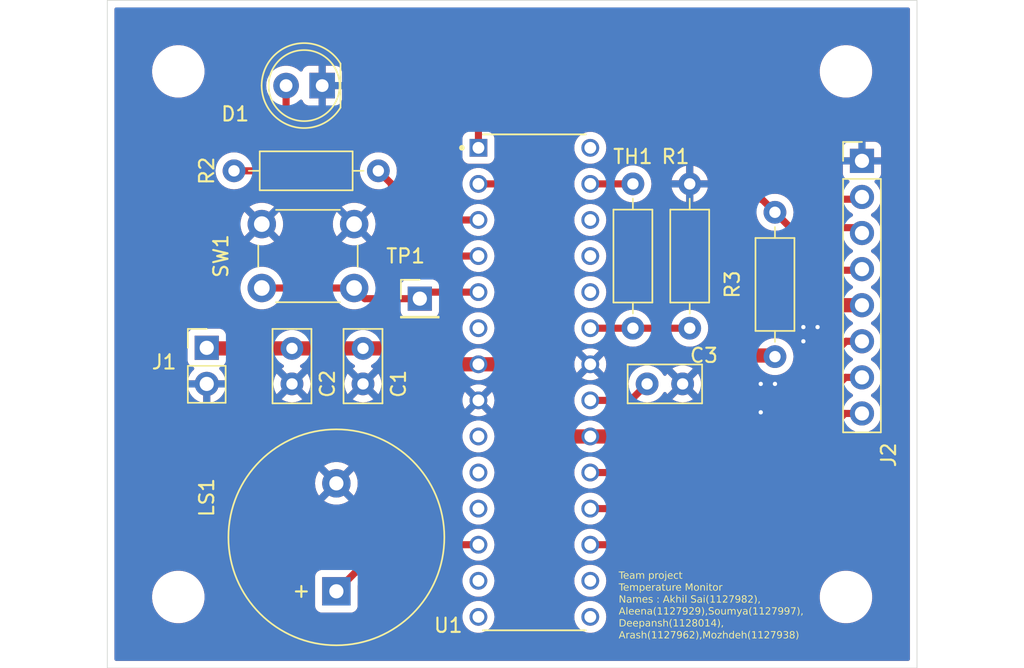
<source format=kicad_pcb>
(kicad_pcb (version 20240108) (generator "pcbnew") (generator_version "8.0")
  (title_block (title "Temperature Monitoring") (date "2024-05-24") (rev "v0.2") (company "Darmstadt University of Applied Sciences") (comment 1 "Team Project"))
  (layers (0 "F.Cu" signal) (31 "B.Cu" signal) (34 "B.Paste" user) (35 "F.Paste" user) (36 "B.SilkS" user "B.Silkscreen") (37 "F.SilkS" user "F.Silkscreen") (38 "B.Mask" user) (39 "F.Mask" user) (44 "Edge.Cuts" user))
  (net 0 "")
  (net 1 "+4.5V")
  (net 2 "GND")
  (net 3 "Net-(U1-AREF)")
  (net 4 "Net-(D1-A)")
  (net 5 "RX")
  (net 6 "TX")
  (net 7 "PB3")
  (net 8 "PB4")
  (net 9 "RESET")
  (net 10 "Net-(U1-PC4)")
  (net 11 "PB5")
  (net 12 "Net-(U1-PD6)")
  (net 13 "Net-(U1-PC0)")
  (net 14 "Net-(U1-PD2)")
  (net 15 "Net-(U1-PD3)")
  (footprint "Connector_PinHeader_2.54mm:PinHeader_1x08_P2.54mm_Vertical" (layer "F.Cu") (at 153.126 91.3)
    (property "Reference" "J2" (at 1.874 20.7 -90) (layer "F.SilkS"))
    (property "Value" "Conn_01x08_Pin")
    (fp_line (start -1.33 -1.33) (end 0 -1.33) (stroke (width 0.12)) (layer "F.SilkS"))
    (fp_line (start -1.33 0) (end -1.33 -1.33) (stroke (width 0.12)) (layer "F.SilkS"))
    (fp_line (start -1.33 1.27) (end -1.33 19.11) (stroke (width 0.12)) (layer "F.SilkS"))
    (fp_line (start -1.33 1.27) (end 1.33 1.27) (stroke (width 0.12)) (layer "F.SilkS"))
    (fp_line (start -1.33 19.11) (end 1.33 19.11) (stroke (width 0.12)) (layer "F.SilkS"))
    (fp_line (start 1.33 1.27) (end 1.33 19.11) (stroke (width 0.12)) (layer "F.SilkS"))
    (pad "1" thru_hole rect (at 0 0) (size 1.7 1.7) (drill 1) (layers "*.Cu" "*.Mask") (net 2 "GND"))
    (pad "2" thru_hole oval (at 0 2.54) (size 1.7 1.7) (drill 1) (layers "*.Cu" "*.Mask") (net 6 "TX"))
    (pad "3" thru_hole oval (at 0 5.08) (size 1.7 1.7) (drill 1) (layers "*.Cu" "*.Mask") (net 9 "RESET"))
    (pad "4" thru_hole oval (at 0 7.62) (size 1.7 1.7) (drill 1) (layers "*.Cu" "*.Mask") (net 5 "RX"))
    (pad "5" thru_hole oval (at 0 10.16) (size 1.7 1.7) (drill 1) (layers "*.Cu" "*.Mask") (net 1 "+4.5V"))
    (pad "6" thru_hole oval (at 0 12.7) (size 1.7 1.7) (drill 1) (layers "*.Cu" "*.Mask") (net 11 "PB5"))
    (pad "7" thru_hole oval (at 0 15.24) (size 1.7 1.7) (drill 1) (layers "*.Cu" "*.Mask") (net 8 "PB4"))
    (pad "8" thru_hole oval (at 0 17.78) (size 1.7 1.7) (drill 1) (layers "*.Cu" "*.Mask") (net 7 "PB3"))
  )
  (footprint "Capacitor_THT:C_Disc_D5.0mm_W2.5mm_P2.50mm" (layer "F.Cu") (at 140.5 107 180)
    (property "Reference" "C3" (at -1.5 2 180) (layer "F.SilkS"))
    (property "Value" "100n")
    (fp_line (start 3.87 -1.37) (end 3.87 1.37) (stroke (width 0.12)) (layer "F.SilkS"))
    (fp_line (start -1.37 1.37) (end 3.87 1.37) (stroke (width 0.12)) (layer "F.SilkS"))
    (fp_line (start -1.37 -1.37) (end 3.87 -1.37) (stroke (width 0.12)) (layer "F.SilkS"))
    (fp_line (start -1.37 -1.37) (end -1.37 1.37) (stroke (width 0.12)) (layer "F.SilkS"))
    (pad "1" thru_hole circle (at 0 0 180) (size 1.6 1.6) (drill 0.8) (layers "*.Cu" "*.Mask") (net 2 "GND"))
    (pad "2" thru_hole circle (at 2.5 0 180) (size 1.6 1.6) (drill 0.8) (layers "*.Cu" "*.Mask") (net 3 "Net-(U1-AREF)"))
  )
  (footprint "MountingHole:MountingHole_3.2mm_M3_DIN965" (layer "F.Cu") (at 105 85)
    (property "Reference" "REF**" (hide yes))
    (property "Value" "MountingHole_3.2mm_M3_DIN965")
    (pad "" np_thru_hole circle (at 0 0) (size 3.2 3.2) (drill 3.2) (layers "*.Cu" "*.Mask"))
  )
  (footprint "Resistor_THT:R_Axial_DIN0207_L6.3mm_D2.5mm_P10.16mm_Horizontal" (layer "F.Cu") (at 137 92.92 -90)
    (property "Reference" "TH1" (at -1.92 0 180) (layer "F.SilkS"))
    (property "Value" "Thermistor_NTC")
    (fp_line (start 1.81 1.37) (end 8.35 1.37) (stroke (width 0.12)) (layer "F.SilkS"))
    (fp_line (start 8.35 1.37) (end 8.35 -1.37) (stroke (width 0.12)) (layer "F.SilkS"))
    (fp_line (start 1.04 0) (end 1.81 0) (stroke (width 0.12)) (layer "F.SilkS"))
    (fp_line (start 9.12 0) (end 8.35 0) (stroke (width 0.12)) (layer "F.SilkS"))
    (fp_line (start 1.81 -1.37) (end 1.81 1.37) (stroke (width 0.12)) (layer "F.SilkS"))
    (fp_line (start 8.35 -1.37) (end 1.81 -1.37) (stroke (width 0.12)) (layer "F.SilkS"))
    (pad "1" thru_hole circle (at 0 0 270) (size 1.6 1.6) (drill 0.8) (layers "*.Cu" "*.Mask") (net 10 "Net-(U1-PC4)"))
    (pad "2" thru_hole oval (at 10.16 0 270) (size 1.6 1.6) (drill 0.8) (layers "*.Cu" "*.Mask") (net 13 "Net-(U1-PC0)"))
  )
  (footprint "Resistor_THT:R_Axial_DIN0207_L6.3mm_D2.5mm_P10.16mm_Horizontal" (layer "F.Cu") (at 119.08 92 180)
    (property "Reference" "R2" (at 12.08 0 -90) (layer "F.SilkS"))
    (property "Value" "330")
    (fp_line (start 9.12 0) (end 8.35 0) (stroke (width 0.12)) (layer "F.SilkS"))
    (fp_line (start 8.35 1.37) (end 8.35 -1.37) (stroke (width 0.12)) (layer "F.SilkS"))
    (fp_line (start 8.35 -1.37) (end 1.81 -1.37) (stroke (width 0.12)) (layer "F.SilkS"))
    (fp_line (start 1.81 1.37) (end 8.35 1.37) (stroke (width 0.12)) (layer "F.SilkS"))
    (fp_line (start 1.81 -1.37) (end 1.81 1.37) (stroke (width 0.12)) (layer "F.SilkS"))
    (fp_line (start 1.04 0) (end 1.81 0) (stroke (width 0.12)) (layer "F.SilkS"))
    (pad "1" thru_hole circle (at 0 0 180) (size 1.6 1.6) (drill 0.8) (layers "*.Cu" "*.Mask") (net 14 "Net-(U1-PD2)"))
    (pad "2" thru_hole oval (at 10.16 0 180) (size 1.6 1.6) (drill 0.8) (layers "*.Cu" "*.Mask") (net 4 "Net-(D1-A)"))
  )
  (footprint "ATMEGA328-PU:DIP787W46P254L3467H508Q28" (layer "F.Cu") (at 130.063 106.89)
    (property "Reference" "U1" (at -6.063 17.11 0) (layer "F.SilkS"))
    (property "Value" "ATMEGA328P-PU")
    (fp_line (start -3.6195 -17.455) (end 3.6195 -17.455) (stroke (width 0.127)) (layer "F.SilkS"))
    (fp_line (start -3.6195 17.455) (end 3.6195 17.455) (stroke (width 0.127)) (layer "F.SilkS"))
    (fp_circle (center -5.1 -16.51) (end -5 -16.51) (stroke (width 0.2)) (fill none) (layer "F.SilkS"))
    (pad "1" thru_hole rect (at -3.937 -16.51) (size 1.25 1.25) (drill 0.83) (layers "*.Cu" "*.Mask") (net 9 "RESET"))
    (pad "2" thru_hole circle (at -3.937 -13.97) (size 1.25 1.25) (drill 0.83) (layers "*.Cu" "*.Mask") (net 5 "RX"))
    (pad "3" thru_hole circle (at -3.937 -11.43) (size 1.25 1.25) (drill 0.83) (layers "*.Cu" "*.Mask") (net 6 "TX"))
    (pad "4" thru_hole circle (at -3.937 -8.89) (size 1.25 1.25) (drill 0.83) (layers "*.Cu" "*.Mask") (net 14 "Net-(U1-PD2)"))
    (pad "5" thru_hole circle (at -3.937 -6.35) (size 1.25 1.25) (drill 0.83) (layers "*.Cu" "*.Mask") (net 15 "Net-(U1-PD3)"))
    (pad "6" thru_hole circle (at -3.937 -3.81) (size 1.25 1.25) (drill 0.83) (layers "*.Cu" "*.Mask"))
    (pad "7" thru_hole circle (at -3.937 -1.27) (size 1.25 1.25) (drill 0.83) (layers "*.Cu" "*.Mask") (net 1 "+4.5V"))
    (pad "8" thru_hole circle (at -3.937 1.27) (size 1.25 1.25) (drill 0.83) (layers "*.Cu" "*.Mask") (net 2 "GND"))
    (pad "9" thru_hole circle (at -3.937 3.81) (size 1.25 1.25) (drill 0.83) (layers "*.Cu" "*.Mask"))
    (pad "10" thru_hole circle (at -3.937 6.35) (size 1.25 1.25) (drill 0.83) (layers "*.Cu" "*.Mask"))
    (pad "11" thru_hole circle (at -3.937 8.89) (size 1.25 1.25) (drill 0.83) (layers "*.Cu" "*.Mask"))
    (pad "12" thru_hole circle (at -3.937 11.43) (size 1.25 1.25) (drill 0.83) (layers "*.Cu" "*.Mask") (net 12 "Net-(U1-PD6)"))
    (pad "13" thru_hole circle (at -3.937 13.97) (size 1.25 1.25) (drill 0.83) (layers "*.Cu" "*.Mask"))
    (pad "14" thru_hole circle (at -3.937 16.51) (size 1.25 1.25) (drill 0.83) (layers "*.Cu" "*.Mask"))
    (pad "15" thru_hole circle (at 3.937 16.51) (size 1.25 1.25) (drill 0.83) (layers "*.Cu" "*.Mask"))
    (pad "16" thru_hole circle (at 3.937 13.97) (size 1.25 1.25) (drill 0.83) (layers "*.Cu" "*.Mask"))
    (pad "17" thru_hole circle (at 3.937 11.43) (size 1.25 1.25) (drill 0.83) (layers "*.Cu" "*.Mask") (net 7 "PB3"))
    (pad "18" thru_hole circle (at 3.937 8.89) (size 1.25 1.25) (drill 0.83) (layers "*.Cu" "*.Mask") (net 8 "PB4"))
    (pad "19" thru_hole circle (at 3.937 6.35) (size 1.25 1.25) (drill 0.83) (layers "*.Cu" "*.Mask") (net 11 "PB5"))
    (pad "20" thru_hole circle (at 3.937 3.81) (size 1.25 1.25) (drill 0.83) (layers "*.Cu" "*.Mask") (net 1 "+4.5V"))
    (pad "21" thru_hole circle (at 3.937 1.27) (size 1.25 1.25) (drill 0.83) (layers "*.Cu" "*.Mask") (net 3 "Net-(U1-AREF)"))
    (pad "22" thru_hole circle (at 3.937 -1.27) (size 1.25 1.25) (drill 0.83) (layers "*.Cu" "*.Mask") (net 2 "GND"))
    (pad "23" thru_hole circle (at 3.937 -3.81) (size 1.25 1.25) (drill 0.83) (layers "*.Cu" "*.Mask") (net 13 "Net-(U1-PC0)"))
    (pad "24" thru_hole circle (at 3.937 -6.35) (size 1.25 1.25) (drill 0.83) (layers "*.Cu" "*.Mask"))
    (pad "25" thru_hole circle (at 3.937 -8.89) (size 1.25 1.25) (drill 0.83) (layers "*.Cu" "*.Mask"))
    (pad "26" thru_hole circle (at 3.937 -11.43) (size 1.25 1.25) (drill 0.83) (layers "*.Cu" "*.Mask"))
    (pad "27" thru_hole circle (at 3.937 -13.97) (size 1.25 1.25) (drill 0.83) (layers "*.Cu" "*.Mask") (net 10 "Net-(U1-PC4)"))
    (pad "28" thru_hole circle (at 3.937 -16.51) (size 1.25 1.25) (drill 0.83) (layers "*.Cu" "*.Mask"))
  )
  (footprint "Connector_PinHeader_2.54mm:PinHeader_1x01_P2.54mm_Vertical" (layer "F.Cu") (at 122 101)
    (property "Reference" "TP1" (at -1 -3 0) (layer "F.SilkS"))
    (property "Value" "TestPoint")
    (fp_line (start -1.33 -1.33) (end 0 -1.33) (stroke (width 0.12)) (layer "F.SilkS"))
    (fp_line (start -1.33 0) (end -1.33 -1.33) (stroke (width 0.12)) (layer "F.SilkS"))
    (fp_line (start -1.33 1.27) (end -1.33 1.33) (stroke (width 0.12)) (layer "F.SilkS"))
    (fp_line (start -1.33 1.27) (end 1.33 1.27) (stroke (width 0.12)) (layer "F.SilkS"))
    (fp_line (start -1.33 1.33) (end 1.33 1.33) (stroke (width 0.12)) (layer "F.SilkS"))
    (fp_line (start 1.33 1.27) (end 1.33 1.33) (stroke (width 0.12)) (layer "F.SilkS"))
    (pad "1" thru_hole rect (at 0 0) (size 1.7 1.7) (drill 1) (layers "*.Cu" "*.Mask") (net 15 "Net-(U1-PD3)"))
  )
  (footprint "MountingHole:MountingHole_3.2mm_M3_DIN965" (layer "F.Cu") (at 152 85)
    (property "Reference" "REF**" (hide yes))
    (property "Value" "MountingHole_3.2mm_M3_DIN965")
    (pad "" np_thru_hole circle (at 0 0) (size 3.2 3.2) (drill 3.2) (layers "*.Cu" "*.Mask"))
  )
  (footprint "Capacitor_THT:C_Disc_D5.0mm_W2.5mm_P2.50mm" (layer "F.Cu") (at 118 104.5 -90)
    (property "Reference" "C1" (at 2.5 -2.5 -90) (layer "F.SilkS"))
    (property "Value" "100n")
    (fp_line (start -1.37 1.37) (end 3.87 1.37) (stroke (width 0.12)) (layer "F.SilkS"))
    (fp_line (start -1.37 -1.37) (end -1.37 1.37) (stroke (width 0.12)) (layer "F.SilkS"))
    (fp_line (start -1.37 -1.37) (end 3.87 -1.37) (stroke (width 0.12)) (layer "F.SilkS"))
    (fp_line (start 3.87 -1.37) (end 3.87 1.37) (stroke (width 0.12)) (layer "F.SilkS"))
    (pad "1" thru_hole circle (at 0 0 270) (size 1.6 1.6) (drill 0.8) (layers "*.Cu" "*.Mask") (net 1 "+4.5V"))
    (pad "2" thru_hole circle (at 2.5 0 270) (size 1.6 1.6) (drill 0.8) (layers "*.Cu" "*.Mask") (net 2 "GND"))
  )
  (footprint "Resistor_THT:R_Axial_DIN0207_L6.3mm_D2.5mm_P10.16mm_Horizontal" (layer "F.Cu") (at 141 103.08 90)
    (property "Reference" "R1" (at 12.08 -1 0) (layer "F.SilkS"))
    (property "Value" "100K")
    (fp_line (start 8.35 -1.37) (end 1.81 -1.37) (stroke (width 0.12)) (layer "F.SilkS"))
    (fp_line (start 1.81 -1.37) (end 1.81 1.37) (stroke (width 0.12)) (layer "F.SilkS"))
    (fp_line (start 9.12 0) (end 8.35 0) (stroke (width 0.12)) (layer "F.SilkS"))
    (fp_line (start 1.04 0) (end 1.81 0) (stroke (width 0.12)) (layer "F.SilkS"))
    (fp_line (start 8.35 1.37) (end 8.35 -1.37) (stroke (width 0.12)) (layer "F.SilkS"))
    (fp_line (start 1.81 1.37) (end 8.35 1.37) (stroke (width 0.12)) (layer "F.SilkS"))
    (pad "1" thru_hole circle (at 0 0 90) (size 1.6 1.6) (drill 0.8) (layers "*.Cu" "*.Mask") (net 13 "Net-(U1-PC0)"))
    (pad "2" thru_hole oval (at 10.16 0 90) (size 1.6 1.6) (drill 0.8) (layers "*.Cu" "*.Mask") (net 2 "GND"))
  )
  (footprint "Button_Switch_THT:SW_PUSH_6mm_H7.3mm" (layer "F.Cu") (at 117.376 100.25 180)
    (property "Reference" "SW1" (at 9.376 2.25 -90) (layer "F.SilkS"))
    (property "Value" "SW_Push")
    (fp_line (start 6.75 3) (end 6.75 1.5) (stroke (width 0.12)) (layer "F.SilkS"))
    (fp_line (start 5.5 -1) (end 1 -1) (stroke (width 0.12)) (layer "F.SilkS"))
    (fp_line (start 1 5.5) (end 5.5 5.5) (stroke (width 0.12)) (layer "F.SilkS"))
    (fp_line (start -0.25 1.5) (end -0.25 3) (stroke (width 0.12)) (layer "F.SilkS"))
    (pad "1" thru_hole circle (at 0 0 270) (size 2 2) (drill 1.1) (layers "*.Cu" "*.Mask") (net 15 "Net-(U1-PD3)"))
    (pad "1" thru_hole circle (at 6.5 0 270) (size 2 2) (drill 1.1) (layers "*.Cu" "*.Mask") (net 15 "Net-(U1-PD3)"))
    (pad "2" thru_hole circle (at 0 4.5 270) (size 2 2) (drill 1.1) (layers "*.Cu" "*.Mask") (net 2 "GND"))
    (pad "2" thru_hole circle (at 6.5 4.5 270) (size 2 2) (drill 1.1) (layers "*.Cu" "*.Mask") (net 2 "GND"))
  )
  (footprint "MountingHole:MountingHole_3.2mm_M3_DIN965" (layer "F.Cu") (at 152 122)
    (property "Reference" "REF**" (hide yes))
    (property "Value" "MountingHole_3.2mm_M3_DIN965")
    (pad "" np_thru_hole circle (at 0 0) (size 3.2 3.2) (drill 3.2) (layers "*.Cu" "*.Mask"))
  )
  (footprint "MountingHole:MountingHole_3.2mm_M3_DIN965" (layer "F.Cu") (at 105 122)
    (property "Reference" "REF**" (hide yes))
    (property "Value" "MountingHole_3.2mm_M3_DIN965")
    (pad "" np_thru_hole circle (at 0 0) (size 3.2 3.2) (drill 3.2) (layers "*.Cu" "*.Mask"))
  )
  (footprint "Resistor_THT:R_Axial_DIN0207_L6.3mm_D2.5mm_P10.16mm_Horizontal" (layer "F.Cu") (at 147 94.92 -90)
    (property "Reference" "R3" (at 5.08 3 -90) (layer "F.SilkS"))
    (property "Value" "10K")
    (fp_line (start 1.81 1.37) (end 8.35 1.37) (stroke (width 0.12)) (layer "F.SilkS"))
    (fp_line (start 8.35 1.37) (end 8.35 -1.37) (stroke (width 0.12)) (layer "F.SilkS"))
    (fp_line (start 1.04 0) (end 1.81 0) (stroke (width 0.12)) (layer "F.SilkS"))
    (fp_line (start 9.12 0) (end 8.35 0) (stroke (width 0.12)) (layer "F.SilkS"))
    (fp_line (start 1.81 -1.37) (end 1.81 1.37) (stroke (width 0.12)) (layer "F.SilkS"))
    (fp_line (start 8.35 -1.37) (end 1.81 -1.37) (stroke (width 0.12)) (layer "F.SilkS"))
    (pad "1" thru_hole circle (at 0 0 270) (size 1.6 1.6) (drill 0.8) (layers "*.Cu" "*.Mask") (net 9 "RESET"))
    (pad "2" thru_hole oval (at 10.16 0 270) (size 1.6 1.6) (drill 0.8) (layers "*.Cu" "*.Mask") (net 1 "+4.5V"))
  )
  (footprint "Capacitor_THT:C_Disc_D5.0mm_W2.5mm_P2.50mm" (layer "F.Cu") (at 113 104.5 -90)
    (property "Reference" "C2" (at 2.5 -2.5 -90) (layer "F.SilkS"))
    (property "Value" "100n")
    (fp_line (start -1.37 1.37) (end 3.87 1.37) (stroke (width 0.12)) (layer "F.SilkS"))
    (fp_line (start -1.37 -1.37) (end -1.37 1.37) (stroke (width 0.12)) (layer "F.SilkS"))
    (fp_line (start -1.37 -1.37) (end 3.87 -1.37) (stroke (width 0.12)) (layer "F.SilkS"))
    (fp_line (start 3.87 -1.37) (end 3.87 1.37) (stroke (width 0.12)) (layer "F.SilkS"))
    (pad "1" thru_hole circle (at 0 0 270) (size 1.6 1.6) (drill 0.8) (layers "*.Cu" "*.Mask") (net 1 "+4.5V"))
    (pad "2" thru_hole circle (at 2.5 0 270) (size 1.6 1.6) (drill 0.8) (layers "*.Cu" "*.Mask") (net 2 "GND"))
  )
  (footprint "Connector_PinHeader_2.54mm:PinHeader_1x02_P2.54mm_Vertical" (layer "F.Cu") (at 107 104.46)
    (property "Reference" "J1" (at -3 1 0) (layer "F.SilkS"))
    (property "Value" "Conn_01x02_Pin")
    (fp_line (start -1.33 -1.33) (end 0 -1.33) (stroke (width 0.12)) (layer "F.SilkS"))
    (fp_line (start -1.33 0) (end -1.33 -1.33) (stroke (width 0.12)) (layer "F.SilkS"))
    (fp_line (start -1.33 1.27) (end -1.33 3.87) (stroke (width 0.12)) (layer "F.SilkS"))
    (fp_line (start -1.33 1.27) (end 1.33 1.27) (stroke (width 0.12)) (layer "F.SilkS"))
    (fp_line (start -1.33 3.87) (end 1.33 3.87) (stroke (width 0.12)) (layer "F.SilkS"))
    (fp_line (start 1.33 1.27) (end 1.33 3.87) (stroke (width 0.12)) (layer "F.SilkS"))
    (pad "1" thru_hole rect (at 0 0) (size 1.7 1.7) (drill 1) (layers "*.Cu" "*.Mask") (net 1 "+4.5V"))
    (pad "2" thru_hole oval (at 0 2.54) (size 1.7 1.7) (drill 1) (layers "*.Cu" "*.Mask") (net 2 "GND"))
  )
  (footprint "Buzzer_Beeper:Buzzer_15x7.5RM7.6" (layer "F.Cu") (at 116.126 121.6 90)
    (property "Reference" "LS1" (at 6.6 -9.126 -90) (layer "F.SilkS"))
    (property "Value" "Speaker")
    (fp_circle (center 3.8 0) (end 11.4 0) (stroke (width 0.12)) (fill none) (layer "F.SilkS"))
    (fp_text user "+" (at -0.01 -2.54 -90) (layer "F.SilkS"))
    (pad "1" thru_hole rect (at 0 0 90) (size 2 2) (drill 1) (layers "*.Cu" "*.Mask") (net 12 "Net-(U1-PD6)"))
    (pad "2" thru_hole circle (at 7.6 0 90) (size 2 2) (drill 1) (layers "*.Cu" "*.Mask") (net 2 "GND"))
  )
  (footprint "LED_THT:LED_D5.0mm" (layer "F.Cu") (at 115.126 86 180)
    (property "Reference" "D1" (at 6.126 -2 180) (layer "F.SilkS"))
    (property "Value" "LED")
    (fp_line (start -1.29 -1.545) (end -1.29 1.545) (stroke (width 0.12)) (layer "F.SilkS"))
    (fp_arc (start 4.26 -0.000462) (mid 2.072002 2.880433) (end -1.29 1.54483) (stroke (width 0.12)) (layer "F.SilkS"))
    (fp_arc (start -1.29 -1.54483) (mid 2.072002 -2.880433) (end 4.26 0.000462) (stroke (width 0.12)) (layer "F.SilkS"))
    (fp_circle (center 1.27 0) (end 3.77 0) (stroke (width 0.12)) (fill none) (layer "F.SilkS"))
    (pad "1" thru_hole rect (at 0 0 180) (size 1.8 1.8) (drill 0.9) (layers "*.Cu" "*.Mask") (net 2 "GND"))
    (pad "2" thru_hole circle (at 2.54 0 180) (size 1.8 1.8) (drill 0.9) (layers "*.Cu" "*.Mask") (net 4 "Net-(D1-A)"))
  )
  (gr_rect (start 100 80) (end 157 127) (stroke (width 0.05)) (fill none) (layer "Edge.Cuts"))
  (gr_text "Team project\nTemperature Monitor\nNames : Akhil Sai(1127982),\nAleena(1127929),Soumya(1127997), \nDeepansh(1128014),\nArash(1127962),Mozhdeh(1127938)" (at 136 125 0) (layer "F.SilkS") (effects (font (size 0.5 0.5) (thickness 0.1)) (justify left bottom)))
  (segment (start 126.126 105.62) (end 127.62 105.62) (width 1) (layer "F.Cu") (net 1))
  (segment (start 145.54 101.46) (end 153.126 101.46) (width 1) (layer "F.Cu") (net 1))
  (segment (start 146.92 105) (end 147 105.08) (width 1) (layer "F.Cu") (net 1))
  (segment (start 118 104.5) (end 113 104.5) (width 1) (layer "F.Cu") (net 1))
  (segment (start 144 105) (end 144 103) (width 1) (layer "F.Cu") (net 1))
  (segment (start 132.7 110.7) (end 134 110.7) (width 1) (layer "F.Cu") (net 1))
  (segment (start 144 103) (end 145.54 101.46) (width 1) (layer "F.Cu") (net 1))
  (segment (start 144 110) (end 144 105) (width 1) (layer "F.Cu") (net 1))
  (segment (start 113 104.5) (end 107.04 104.5) (width 1) (layer "F.Cu") (net 1))
  (segment (start 122.62 105.62) (end 121.5 104.5) (width 1) (layer "F.Cu") (net 1))
  (segment (start 143.3 110.7) (end 144 110) (width 1) (layer "F.Cu") (net 1))
  (segment (start 144 105) (end 146.92 105) (width 1) (layer "F.Cu") (net 1))
  (segment (start 107.04 104.5) (end 107 104.46) (width 1) (layer "F.Cu") (net 1))
  (segment (start 134 110.7) (end 143.3 110.7) (width 1) (layer "F.Cu") (net 1))
  (segment (start 126.126 105.62) (end 122.62 105.62) (width 1) (layer "F.Cu") (net 1))
  (segment (start 127.62 105.62) (end 132.7 110.7) (width 1) (layer "F.Cu") (net 1))
  (segment (start 121.5 104.5) (end 118 104.5) (width 1) (layer "F.Cu") (net 1))
  (via (at 146 107) (size 0.6) (drill 0.3) (layers "F.Cu" "B.Cu") (net 2))
  (via (at 147 107) (size 0.6) (drill 0.3) (layers "F.Cu" "B.Cu") (net 2))
  (via (at 149 103) (size 0.6) (drill 0.3) (layers "F.Cu" "B.Cu") (net 2))
  (via (at 146 109) (size 0.6) (drill 0.3) (layers "F.Cu" "B.Cu") (net 2))
  (via (at 149 104) (size 0.6) (drill 0.3) (layers "F.Cu" "B.Cu") (net 2))
  (via (at 150 103) (size 0.6) (drill 0.3) (layers "F.Cu" "B.Cu") (net 2))
  (segment (start 136.84 108.16) (end 138 107) (width 0.5) (layer "F.Cu") (net 3))
  (segment (start 134 108.16) (end 136.84 108.16) (width 0.5) (layer "F.Cu") (net 3))
  (segment (start 111 92) (end 108.92 92) (width 0.5) (layer "F.Cu") (net 4))
  (segment (start 112.586 90.414) (end 111 92) (width 0.5) (layer "F.Cu") (net 4))
  (segment (start 112.586 86) (end 112.586 90.414) (width 0.5) (layer "F.Cu") (net 4))
  (segment (start 144 98) (end 145 99) (width 0.5) (layer "F.Cu") (net 5))
  (segment (start 129 92) (end 129 89) (width 0.5) (layer "F.Cu") (net 5))
  (segment (start 126.126 92.92) (end 128.08 92.92) (width 0.5) (layer "F.Cu") (net 5))
  (segment (start 144 91) (end 144 98) (width 0.5) (layer "F.Cu") (net 5))
  (segment (start 141 88) (end 144 91) (width 0.5) (layer "F.Cu") (net 5))
  (segment (start 128.08 92.92) (end 129 92) (width 0.5) (layer "F.Cu") (net 5))
  (segment (start 145 99) (end 153.046 99) (width 0.5) (layer "F.Cu") (net 5))
  (segment (start 153.046 99) (end 153.126 98.92) (width 0.5) (layer "F.Cu") (net 5))
  (segment (start 130 88) (end 141 88) (width 0.5) (layer "F.Cu") (net 5))
  (segment (start 129 89) (end 130 88) (width 0.5) (layer "F.Cu") (net 5))
  (segment (start 122 93) (end 122 85) (width 0.5) (layer "F.Cu") (net 6))
  (segment (start 122 85) (end 124 83) (width 0.5) (layer "F.Cu") (net 6))
  (segment (start 148 92) (end 150 94) (width 0.5) (layer "F.Cu") (net 6))
  (segment (start 124 83) (end 144 83) (width 0.5) (layer "F.Cu") (net 6))
  (segment (start 150 94) (end 152.966 94) (width 0.5) (layer "F.Cu") (net 6))
  (segment (start 126.126 95.46) (end 124.46 95.46) (width 0.5) (layer "F.Cu") (net 6))
  (segment (start 124.46 95.46) (end 122 93) (width 0.5) (layer "F.Cu") (net 6))
  (segment (start 144 83) (end 148 87) (width 0.5) (layer "F.Cu") (net 6))
  (segment (start 152.966 94) (end 153.126 93.84) (width 0.5) (layer "F.Cu") (net 6))
  (segment (start 148 87) (end 148 92) (width 0.5) (layer "F.Cu") (net 6))
  (segment (start 151 110) (end 151 114) (width 0.5) (layer "F.Cu") (net 7))
  (segment (start 146.68 118.32) (end 134 118.32) (width 0.5) (layer "F.Cu") (net 7))
  (segment (start 153.126 109.08) (end 151.92 109.08) (width 0.5) (layer "F.Cu") (net 7))
  (segment (start 151 114) (end 150 115) (width 0.5) (layer "F.Cu") (net 7))
  (segment (start 150 115) (end 146.68 118.32) (width 0.5) (layer "F.Cu") (net 7))
  (segment (start 151.92 109.08) (end 151 110) (width 0.5) (layer "F.Cu") (net 7))
  (segment (start 134 115.78) (end 146.22 115.78) (width 0.5) (layer "F.Cu") (net 8))
  (segment (start 151.96 106.54) (end 153.126 106.54) (width 0.5) (layer "F.Cu") (net 8))
  (segment (start 149 113) (end 149 109.5) (width 0.5) (layer "F.Cu") (net 8))
  (segment (start 149 109.5) (end 151.96 106.54) (width 0.5) (layer "F.Cu") (net 8))
  (segment (start 146.22 115.78) (end 149 113) (width 0.5) (layer "F.Cu") (net 8))
  (segment (start 126.126 87.874) (end 129 85) (width 0.5) (layer "F.Cu") (net 9))
  (segment (start 148.08 96) (end 152.746 96) (width 0.5) (layer "F.Cu") (net 9))
  (segment (start 147 94.92) (end 148.08 96) (width 0.5) (layer "F.Cu") (net 9))
  (segment (start 129 85) (end 142 85) (width 0.5) (layer "F.Cu") (net 9))
  (segment (start 146 89) (end 146 94) (width 0.5) (layer "F.Cu") (net 9))
  (segment (start 146.08 94) (end 147 94.92) (width 0.5) (layer "F.Cu") (net 9))
  (segment (start 126.126 90.38) (end 126.126 87.874) (width 0.5) (layer "F.Cu") (net 9))
  (segment (start 142 85) (end 146 89) (width 0.5) (layer "F.Cu") (net 9))
  (segment (start 152.746 96) (end 153.126 96.38) (width 0.5) (layer "F.Cu") (net 9))
  (segment (start 146 94) (end 146.08 94) (width 0.5) (layer "F.Cu") (net 9))
  (segment (start 134 92.92) (end 137 92.92) (width 0.5) (layer "F.Cu") (net 10))
  (segment (start 152 104) (end 153.126 104) (width 0.5) (layer "F.Cu") (net 11))
  (segment (start 147 109) (end 152 104) (width 0.5) (layer "F.Cu") (net 11))
  (segment (start 144.76 113.24) (end 147 111) (width 0.5) (layer "F.Cu") (net 11))
  (segment (start 134 113.24) (end 144.76 113.24) (width 0.5) (layer "F.Cu") (net 11))
  (segment (start 147 111) (end 147 109) (width 0.5) (layer "F.Cu") (net 11))
  (segment (start 126.126 118.32) (end 119.406 118.32) (width 0.5) (layer "F.Cu") (net 12))
  (segment (start 119.406 118.32) (end 116.126 121.6) (width 0.5) (layer "F.Cu") (net 12))
  (segment (start 134 103.08) (end 137 103.08) (width 0.5) (layer "F.Cu") (net 13))
  (segment (start 137 103.08) (end 141 103.08) (width 0.5) (layer "F.Cu") (net 13))
  (segment (start 124 98) (end 120 94) (width 0.5) (layer "F.Cu") (net 14))
  (segment (start 126.126 98) (end 124 98) (width 0.5) (layer "F.Cu") (net 14))
  (segment (start 120 92.92) (end 119.08 92) (width 0.5) (layer "F.Cu") (net 14))
  (segment (start 120 94) (end 120 92.92) (width 0.5) (layer "F.Cu") (net 14))
  (segment (start 126.126 100.54) (end 122.46 100.54) (width 0.5) (layer "F.Cu") (net 15))
  (segment (start 122 101) (end 118.126 101) (width 0.5) (layer "F.Cu") (net 15))
  (segment (start 117.376 100.25) (end 110.876 100.25) (width 0.5) (layer "F.Cu") (net 15))
  (segment (start 122.46 100.54) (end 122 101) (width 0.5) (layer "F.Cu") (net 15))
  (segment (start 118.126 101) (end 117.376 100.25) (width 0.5) (layer "F.Cu") (net 15))
  (zone (net 2) (net_name "GND") (layer "F.Cu") (priority 1) (connect_pads (clearance 0.5)) (min_thickness 0.25) (fill yes (thermal_gap 0.5) (thermal_bridge_width 0.5))
    (polygon (pts (xy 100 80) (xy 157 80) (xy 157 127) (xy 100 127)))
  )
  (zone (net 2) (net_name "GND") (layer "B.Cu") (connect_pads (clearance 0.5)) (min_thickness 0.25) (fill yes (thermal_gap 0.5) (thermal_bridge_width 0.5))
    (polygon (pts (xy 100 80) (xy 157 80) (xy 157 127) (xy 100 127)))
  )
)
</source>
